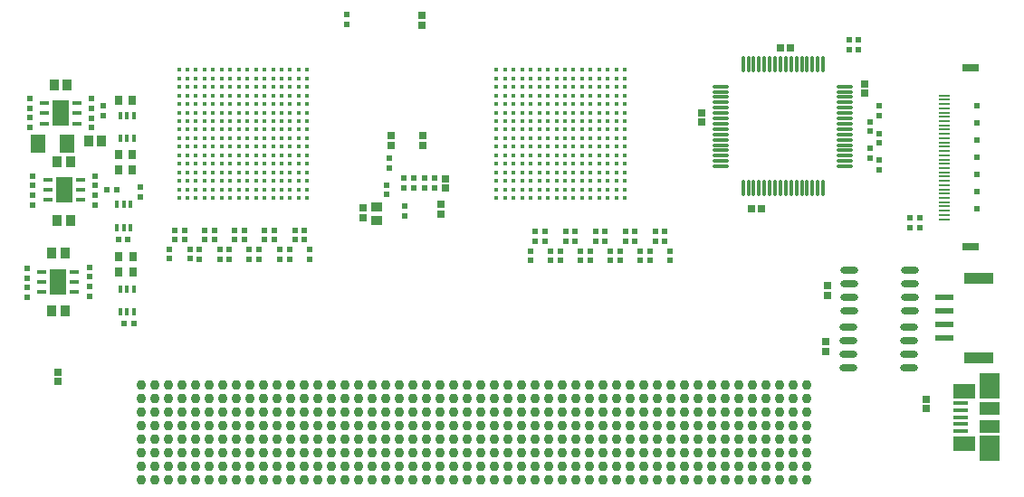
<source format=gtp>
G04 Layer_Color=8421504*
%FSLAX44Y44*%
%MOMM*%
G71*
G01*
G75*
%ADD11R,0.5500X0.5500*%
%ADD12R,0.6400X0.6400*%
%ADD13R,0.6400X0.6400*%
%ADD14O,1.6000X0.3500*%
%ADD15O,0.3500X1.6000*%
%ADD16R,1.9000X1.1750*%
%ADD17R,1.9000X2.3750*%
%ADD18R,2.1000X1.4750*%
%ADD19R,1.3800X0.4500*%
%ADD20R,1.1000X0.2000*%
%ADD21R,1.5500X0.8000*%
%ADD22R,0.6000X0.5000*%
%ADD23R,0.5500X0.5500*%
%ADD24R,0.8000X0.9500*%
%ADD25R,0.4500X0.8000*%
%ADD26R,1.6500X2.4000*%
%ADD27O,0.9000X0.4000*%
%ADD28R,0.9500X1.0000*%
%ADD29R,1.0000X0.9500*%
%ADD31C,0.4000*%
%ADD36O,1.6500X0.6500*%
%ADD37R,2.7000X1.0000*%
%ADD38R,1.7000X0.6000*%
%ADD39R,1.4000X1.8000*%
%ADD88C,0.9350*%
D11*
X-126500Y-92000D02*
D03*
Y-101000D02*
D03*
X-357000Y-94000D02*
D03*
Y-103000D02*
D03*
X-391500Y-26500D02*
D03*
Y-17500D02*
D03*
X105500Y-135500D02*
D03*
Y-144500D02*
D03*
X96500Y-135500D02*
D03*
Y-144500D02*
D03*
X133500Y-135500D02*
D03*
Y-144500D02*
D03*
X124500Y-135500D02*
D03*
Y-144500D02*
D03*
X110500Y-153500D02*
D03*
Y-162500D02*
D03*
X91500Y-153500D02*
D03*
Y-162500D02*
D03*
X77500Y-135500D02*
D03*
Y-144500D02*
D03*
X68500Y-135500D02*
D03*
Y-144500D02*
D03*
X138500Y-153500D02*
D03*
Y-162500D02*
D03*
X119500Y-153500D02*
D03*
Y-162500D02*
D03*
X49500Y-135500D02*
D03*
Y-144500D02*
D03*
X40500Y-135500D02*
D03*
Y-144500D02*
D03*
X26500Y-153500D02*
D03*
Y-162500D02*
D03*
X7500Y-153500D02*
D03*
Y-162500D02*
D03*
X21500Y-135500D02*
D03*
Y-144500D02*
D03*
X12500Y-135500D02*
D03*
Y-144500D02*
D03*
X35500Y-162500D02*
D03*
Y-153500D02*
D03*
X54500Y-162500D02*
D03*
Y-153500D02*
D03*
X63500Y-162500D02*
D03*
Y-153500D02*
D03*
X82500Y-162500D02*
D03*
Y-153500D02*
D03*
X363000Y-123000D02*
D03*
Y-132000D02*
D03*
X372004Y-122995D02*
D03*
Y-131995D02*
D03*
X-109500Y-111500D02*
D03*
Y-120500D02*
D03*
X-101000Y-94500D02*
D03*
Y-85500D02*
D03*
X-457500Y-101500D02*
D03*
Y-110500D02*
D03*
X-399500Y-101500D02*
D03*
Y-110500D02*
D03*
X-462750Y-188000D02*
D03*
Y-197000D02*
D03*
X-457500Y-92500D02*
D03*
Y-83500D02*
D03*
X-462750Y-179000D02*
D03*
Y-170000D02*
D03*
X-404750Y-169000D02*
D03*
Y-178000D02*
D03*
X-81500Y-85500D02*
D03*
Y-94500D02*
D03*
X-91000Y-94500D02*
D03*
Y-85500D02*
D03*
X-124500Y-67000D02*
D03*
Y-76000D02*
D03*
X-110500Y-85500D02*
D03*
Y-94500D02*
D03*
X-164000Y58500D02*
D03*
Y67500D02*
D03*
X-203700Y-134300D02*
D03*
X-212700D02*
D03*
X-232000Y-134200D02*
D03*
Y-143200D02*
D03*
X-241000Y-134200D02*
D03*
Y-143200D02*
D03*
X-260100Y-134200D02*
D03*
X-269100Y-134200D02*
D03*
X-287900Y-134200D02*
D03*
Y-143200D02*
D03*
X-296900Y-134200D02*
D03*
Y-143200D02*
D03*
X-315600Y-134100D02*
D03*
Y-143100D02*
D03*
X-324600Y-134100D02*
D03*
Y-143100D02*
D03*
X-282900Y-152200D02*
D03*
Y-161200D02*
D03*
X-301900Y-152200D02*
D03*
Y-161200D02*
D03*
X-217700Y-152300D02*
D03*
Y-161300D02*
D03*
X-198700Y-152300D02*
D03*
Y-161300D02*
D03*
X-246000Y-152200D02*
D03*
Y-161200D02*
D03*
X-227000Y-152200D02*
D03*
Y-161200D02*
D03*
X-310600Y-161100D02*
D03*
Y-152100D02*
D03*
X-329600Y-161100D02*
D03*
Y-152100D02*
D03*
X-274100Y-161200D02*
D03*
Y-152200D02*
D03*
X-255100Y-161200D02*
D03*
Y-152200D02*
D03*
X-269100Y-143200D02*
D03*
X-260100Y-143200D02*
D03*
X-203700Y-143300D02*
D03*
X-212700D02*
D03*
X325000Y-57500D02*
D03*
Y-66500D02*
D03*
X-404750Y-196000D02*
D03*
Y-187000D02*
D03*
X-399500Y-92500D02*
D03*
Y-83500D02*
D03*
X-402496Y-29245D02*
D03*
Y-38245D02*
D03*
Y-10745D02*
D03*
Y-19745D02*
D03*
X-460500Y-29000D02*
D03*
Y-38000D02*
D03*
X-460496Y-19745D02*
D03*
Y-10745D02*
D03*
X325000Y-32500D02*
D03*
Y-41500D02*
D03*
X334000Y-43500D02*
D03*
Y-52500D02*
D03*
Y-68500D02*
D03*
Y-77500D02*
D03*
Y-17500D02*
D03*
Y-26500D02*
D03*
D12*
X223500Y-114500D02*
D03*
X214500D02*
D03*
X241500Y36500D02*
D03*
X250500D02*
D03*
D13*
X167500Y-33000D02*
D03*
Y-24000D02*
D03*
X320000Y3000D02*
D03*
Y-6000D02*
D03*
X377500Y-301500D02*
D03*
Y-292500D02*
D03*
X-93000Y-45500D02*
D03*
Y-54500D02*
D03*
X-122500Y-45500D02*
D03*
Y-54500D02*
D03*
X-71500Y-86000D02*
D03*
Y-95000D02*
D03*
X-76000Y-110000D02*
D03*
Y-119000D02*
D03*
X-149000Y-113500D02*
D03*
Y-122500D02*
D03*
X285500Y-186000D02*
D03*
Y-195000D02*
D03*
X284000Y-239000D02*
D03*
Y-248000D02*
D03*
X-93500Y67000D02*
D03*
Y58000D02*
D03*
X-434500Y-276000D02*
D03*
Y-267000D02*
D03*
D14*
X186000Y-24500D02*
D03*
Y-34500D02*
D03*
Y-39500D02*
D03*
Y-69500D02*
D03*
Y-59500D02*
D03*
Y-54500D02*
D03*
Y-49500D02*
D03*
Y-44500D02*
D03*
Y-19500D02*
D03*
X302000Y-74500D02*
D03*
Y-69500D02*
D03*
Y500D02*
D03*
Y-4500D02*
D03*
Y-9500D02*
D03*
Y-14500D02*
D03*
Y-29500D02*
D03*
Y-54500D02*
D03*
X186000Y-74500D02*
D03*
Y-64500D02*
D03*
Y-29500D02*
D03*
Y-14500D02*
D03*
Y-9500D02*
D03*
Y-4500D02*
D03*
Y500D02*
D03*
X302000Y-19500D02*
D03*
Y-24500D02*
D03*
Y-34500D02*
D03*
Y-39500D02*
D03*
Y-44500D02*
D03*
Y-49500D02*
D03*
Y-59500D02*
D03*
Y-64500D02*
D03*
D15*
X271500Y-95000D02*
D03*
X266500D02*
D03*
X256500D02*
D03*
X251500D02*
D03*
X216500D02*
D03*
X221500D02*
D03*
X231500D02*
D03*
X236500D02*
D03*
X241500D02*
D03*
X246500D02*
D03*
X276500D02*
D03*
X281500D02*
D03*
X261500D02*
D03*
X226500D02*
D03*
X211500D02*
D03*
X206500D02*
D03*
Y21000D02*
D03*
X211500D02*
D03*
X216500D02*
D03*
X221500D02*
D03*
X226500D02*
D03*
X231500D02*
D03*
X236500D02*
D03*
X241500D02*
D03*
X246500D02*
D03*
X251500D02*
D03*
X256500D02*
D03*
X261500D02*
D03*
X266500D02*
D03*
X271500D02*
D03*
X276500D02*
D03*
X281500D02*
D03*
D16*
X436820Y-301010D02*
D03*
Y-317760D02*
D03*
D17*
Y-280260D02*
D03*
Y-338510D02*
D03*
D18*
X413820Y-284760D02*
D03*
Y-334010D02*
D03*
D19*
X410220Y-296385D02*
D03*
Y-302885D02*
D03*
Y-309385D02*
D03*
Y-315885D02*
D03*
Y-322385D02*
D03*
D20*
X395000Y-48000D02*
D03*
Y-52000D02*
D03*
Y-56000D02*
D03*
Y-60000D02*
D03*
Y-64000D02*
D03*
Y-68000D02*
D03*
Y-72000D02*
D03*
Y-76000D02*
D03*
Y-80000D02*
D03*
Y-84000D02*
D03*
Y-88000D02*
D03*
Y-92000D02*
D03*
Y-96000D02*
D03*
Y-100000D02*
D03*
Y-104000D02*
D03*
Y-108000D02*
D03*
Y-112000D02*
D03*
Y-116000D02*
D03*
Y-120000D02*
D03*
Y-124000D02*
D03*
Y-24000D02*
D03*
Y-28000D02*
D03*
Y-16000D02*
D03*
Y-20000D02*
D03*
Y-40000D02*
D03*
Y-44000D02*
D03*
Y-32000D02*
D03*
Y-36000D02*
D03*
Y-8000D02*
D03*
Y-12000D02*
D03*
D21*
X419000Y18000D02*
D03*
Y-150000D02*
D03*
D22*
X425300Y-66000D02*
D03*
Y-50000D02*
D03*
Y-34000D02*
D03*
Y-18000D02*
D03*
Y-82000D02*
D03*
Y-98000D02*
D03*
Y-114000D02*
D03*
D23*
X305500Y44000D02*
D03*
X314500D02*
D03*
X314505Y34496D02*
D03*
X305505D02*
D03*
X-363000Y-222000D02*
D03*
X-372000D02*
D03*
X-368500Y-142500D02*
D03*
X-377500D02*
D03*
X-379000Y-96000D02*
D03*
X-388000D02*
D03*
D24*
X-377000Y-159000D02*
D03*
X-364000D02*
D03*
X-377000Y-173500D02*
D03*
X-364000D02*
D03*
X-377500Y-63000D02*
D03*
X-364500D02*
D03*
X-377500Y-78000D02*
D03*
X-364500D02*
D03*
X-377500Y-12500D02*
D03*
X-364500D02*
D03*
D25*
X-375995Y-210754D02*
D03*
X-369495D02*
D03*
X-362995D02*
D03*
Y-189254D02*
D03*
X-369495D02*
D03*
X-375995D02*
D03*
X-365995Y-110246D02*
D03*
X-372495D02*
D03*
X-378995D02*
D03*
Y-131746D02*
D03*
X-372495D02*
D03*
X-365995D02*
D03*
X-375995Y-48254D02*
D03*
X-369495D02*
D03*
X-362995D02*
D03*
Y-26754D02*
D03*
X-369495D02*
D03*
X-375995D02*
D03*
D26*
X-428500Y-96500D02*
D03*
X-434000Y-182500D02*
D03*
X-431500Y-24750D02*
D03*
D27*
X-413250Y-87000D02*
D03*
Y-96500D02*
D03*
Y-106000D02*
D03*
X-443750D02*
D03*
Y-96500D02*
D03*
Y-87000D02*
D03*
X-418750Y-173000D02*
D03*
Y-182500D02*
D03*
Y-192000D02*
D03*
X-449250D02*
D03*
Y-182500D02*
D03*
Y-173000D02*
D03*
X-416250Y-15250D02*
D03*
Y-24750D02*
D03*
Y-34250D02*
D03*
X-446750D02*
D03*
Y-24750D02*
D03*
Y-15250D02*
D03*
D28*
X-434750Y-125000D02*
D03*
X-422250D02*
D03*
X-434750Y-70000D02*
D03*
X-422250D02*
D03*
X-440250Y-209500D02*
D03*
X-427750D02*
D03*
X-440250Y-155500D02*
D03*
X-427750D02*
D03*
X-393250Y-51000D02*
D03*
X-405750D02*
D03*
X-437746Y2255D02*
D03*
X-425246D02*
D03*
D29*
X-136500Y-124750D02*
D03*
Y-112250D02*
D03*
D31*
X-201000Y-104000D02*
D03*
X-209000D02*
D03*
X-217000D02*
D03*
X-225000D02*
D03*
X-233000D02*
D03*
X-241000D02*
D03*
X-249000D02*
D03*
X-257000D02*
D03*
X-265000D02*
D03*
X-273000D02*
D03*
X-281000D02*
D03*
X-289000D02*
D03*
X-297000D02*
D03*
X-305000D02*
D03*
X-313000D02*
D03*
X-321000D02*
D03*
X-201000Y-96000D02*
D03*
X-209000D02*
D03*
X-217000D02*
D03*
X-225000D02*
D03*
X-233000D02*
D03*
X-241000D02*
D03*
X-249000D02*
D03*
X-257000D02*
D03*
X-265000D02*
D03*
X-273000D02*
D03*
X-281000D02*
D03*
X-289000D02*
D03*
X-297000D02*
D03*
X-305000D02*
D03*
X-313000D02*
D03*
X-321000D02*
D03*
X-201000Y-88000D02*
D03*
X-209000D02*
D03*
X-217000D02*
D03*
X-225000D02*
D03*
X-233000D02*
D03*
X-241000D02*
D03*
X-249000D02*
D03*
X-257000D02*
D03*
X-265000D02*
D03*
X-273000D02*
D03*
X-281000D02*
D03*
X-289000D02*
D03*
X-297000D02*
D03*
X-305000D02*
D03*
X-313000D02*
D03*
X-321000D02*
D03*
X-201000Y-80000D02*
D03*
X-209000D02*
D03*
X-217000D02*
D03*
X-225000D02*
D03*
X-233000D02*
D03*
X-241000D02*
D03*
X-249000D02*
D03*
X-257000D02*
D03*
X-265000D02*
D03*
X-273000D02*
D03*
X-281000D02*
D03*
X-289000D02*
D03*
X-297000D02*
D03*
X-305000D02*
D03*
X-313000D02*
D03*
X-321000D02*
D03*
X-201000Y-72000D02*
D03*
X-209000D02*
D03*
X-217000D02*
D03*
X-225000D02*
D03*
X-233000D02*
D03*
X-241000D02*
D03*
X-249000D02*
D03*
X-257000D02*
D03*
X-265000D02*
D03*
X-273000D02*
D03*
X-281000D02*
D03*
X-289000D02*
D03*
X-297000D02*
D03*
X-305000D02*
D03*
X-313000D02*
D03*
X-321000D02*
D03*
X-201000Y-64000D02*
D03*
X-209000D02*
D03*
X-217000D02*
D03*
X-225000D02*
D03*
X-233000D02*
D03*
X-241000D02*
D03*
X-249000D02*
D03*
X-257000D02*
D03*
X-265000D02*
D03*
X-273000D02*
D03*
X-281000D02*
D03*
X-289000D02*
D03*
X-297000D02*
D03*
X-305000D02*
D03*
X-313000D02*
D03*
X-321000D02*
D03*
X-201000Y-56000D02*
D03*
X-209000D02*
D03*
X-217000D02*
D03*
X-225000D02*
D03*
X-233000D02*
D03*
X-241000D02*
D03*
X-249000D02*
D03*
X-257000D02*
D03*
X-265000D02*
D03*
X-273000D02*
D03*
X-281000D02*
D03*
X-289000D02*
D03*
X-297000D02*
D03*
X-305000D02*
D03*
X-313000D02*
D03*
X-321000D02*
D03*
X-201000Y-48000D02*
D03*
X-209000D02*
D03*
X-217000D02*
D03*
X-225000D02*
D03*
X-233000D02*
D03*
X-241000D02*
D03*
X-249000D02*
D03*
X-257000D02*
D03*
X-265000D02*
D03*
X-273000D02*
D03*
X-281000D02*
D03*
X-289000D02*
D03*
X-297000D02*
D03*
X-305000D02*
D03*
X-313000D02*
D03*
X-321000D02*
D03*
X-201000Y-40000D02*
D03*
X-209000D02*
D03*
X-217000D02*
D03*
X-225000D02*
D03*
X-233000D02*
D03*
X-241000D02*
D03*
X-249000D02*
D03*
X-257000D02*
D03*
X-265000D02*
D03*
X-273000D02*
D03*
X-281000D02*
D03*
X-289000D02*
D03*
X-297000D02*
D03*
X-305000D02*
D03*
X-313000D02*
D03*
X-321000D02*
D03*
X-201000Y-32000D02*
D03*
X-209000D02*
D03*
X-217000D02*
D03*
X-225000D02*
D03*
X-233000D02*
D03*
X-241000D02*
D03*
X-249000D02*
D03*
X-257000D02*
D03*
X-265000D02*
D03*
X-273000D02*
D03*
X-281000D02*
D03*
X-289000D02*
D03*
X-297000D02*
D03*
X-305000D02*
D03*
X-313000D02*
D03*
X-321000D02*
D03*
X-201000Y-24000D02*
D03*
X-209000D02*
D03*
X-217000D02*
D03*
X-225000D02*
D03*
X-233000D02*
D03*
X-241000D02*
D03*
X-249000D02*
D03*
X-257000D02*
D03*
X-265000D02*
D03*
X-273000D02*
D03*
X-281000D02*
D03*
X-289000D02*
D03*
X-297000D02*
D03*
X-305000D02*
D03*
X-313000D02*
D03*
X-321000D02*
D03*
X-201000Y-16000D02*
D03*
X-209000D02*
D03*
X-217000D02*
D03*
X-225000D02*
D03*
X-233000D02*
D03*
X-241000D02*
D03*
X-249000D02*
D03*
X-257000D02*
D03*
X-265000D02*
D03*
X-273000D02*
D03*
X-281000D02*
D03*
X-289000D02*
D03*
X-297000D02*
D03*
X-305000D02*
D03*
X-313000D02*
D03*
X-321000D02*
D03*
X-201000Y-8000D02*
D03*
X-209000D02*
D03*
X-217000D02*
D03*
X-225000D02*
D03*
X-233000D02*
D03*
X-241000D02*
D03*
X-249000D02*
D03*
X-257000D02*
D03*
X-265000D02*
D03*
X-273000D02*
D03*
X-281000D02*
D03*
X-289000D02*
D03*
X-297000D02*
D03*
X-305000D02*
D03*
X-313000D02*
D03*
X-321000D02*
D03*
X-201000Y0D02*
D03*
X-209000D02*
D03*
X-217000D02*
D03*
X-225000D02*
D03*
X-233000D02*
D03*
X-241000D02*
D03*
X-249000D02*
D03*
X-257000D02*
D03*
X-265000D02*
D03*
X-273000D02*
D03*
X-281000D02*
D03*
X-289000D02*
D03*
X-297000D02*
D03*
X-305000D02*
D03*
X-313000D02*
D03*
X-321000D02*
D03*
X-201000Y8000D02*
D03*
X-209000D02*
D03*
X-217000D02*
D03*
X-225000D02*
D03*
X-233000D02*
D03*
X-241000D02*
D03*
X-249000D02*
D03*
X-257000D02*
D03*
X-265000D02*
D03*
X-273000D02*
D03*
X-281000D02*
D03*
X-289000D02*
D03*
X-297000D02*
D03*
X-305000D02*
D03*
X-313000D02*
D03*
X-321000D02*
D03*
X-201000Y16000D02*
D03*
X-209000D02*
D03*
X-217000D02*
D03*
X-225000D02*
D03*
X-233000D02*
D03*
X-241000D02*
D03*
X-249000D02*
D03*
X-257000D02*
D03*
X-265000D02*
D03*
X-273000D02*
D03*
X-281000D02*
D03*
X-289000D02*
D03*
X-297000D02*
D03*
X-305000D02*
D03*
X-313000D02*
D03*
X-321000D02*
D03*
X96000Y-104000D02*
D03*
X88000D02*
D03*
X80000D02*
D03*
X72000D02*
D03*
X64000D02*
D03*
X56000D02*
D03*
X48000D02*
D03*
X40000D02*
D03*
X32000D02*
D03*
X24000D02*
D03*
X16000D02*
D03*
X8000D02*
D03*
X0D02*
D03*
X-8000D02*
D03*
X-16000D02*
D03*
X-24000D02*
D03*
X96000Y-96000D02*
D03*
X88000D02*
D03*
X80000D02*
D03*
X72000D02*
D03*
X64000D02*
D03*
X56000D02*
D03*
X48000D02*
D03*
X40000D02*
D03*
X32000D02*
D03*
X24000D02*
D03*
X16000D02*
D03*
X8000D02*
D03*
X0D02*
D03*
X-8000D02*
D03*
X-16000D02*
D03*
X-24000D02*
D03*
X96000Y-88000D02*
D03*
X88000D02*
D03*
X80000D02*
D03*
X72000D02*
D03*
X64000D02*
D03*
X56000D02*
D03*
X48000D02*
D03*
X40000D02*
D03*
X32000D02*
D03*
X24000D02*
D03*
X16000D02*
D03*
X8000D02*
D03*
X0D02*
D03*
X-8000D02*
D03*
X-16000D02*
D03*
X-24000D02*
D03*
X96000Y-80000D02*
D03*
X88000D02*
D03*
X80000D02*
D03*
X72000D02*
D03*
X64000D02*
D03*
X56000D02*
D03*
X48000D02*
D03*
X40000D02*
D03*
X32000D02*
D03*
X24000D02*
D03*
X16000D02*
D03*
X8000D02*
D03*
X0D02*
D03*
X-8000D02*
D03*
X-16000D02*
D03*
X-24000D02*
D03*
X96000Y-72000D02*
D03*
X88000D02*
D03*
X80000D02*
D03*
X72000D02*
D03*
X64000D02*
D03*
X56000D02*
D03*
X48000D02*
D03*
X40000D02*
D03*
X32000D02*
D03*
X24000D02*
D03*
X16000D02*
D03*
X8000D02*
D03*
X0D02*
D03*
X-8000D02*
D03*
X-16000D02*
D03*
X-24000D02*
D03*
X96000Y-64000D02*
D03*
X88000D02*
D03*
X80000D02*
D03*
X72000D02*
D03*
X64000D02*
D03*
X56000D02*
D03*
X48000D02*
D03*
X40000D02*
D03*
X32000D02*
D03*
X24000D02*
D03*
X16000D02*
D03*
X8000D02*
D03*
X0D02*
D03*
X-8000D02*
D03*
X-16000D02*
D03*
X-24000D02*
D03*
X96000Y-56000D02*
D03*
X88000D02*
D03*
X80000D02*
D03*
X72000D02*
D03*
X64000D02*
D03*
X56000D02*
D03*
X48000D02*
D03*
X40000D02*
D03*
X32000D02*
D03*
X24000D02*
D03*
X16000D02*
D03*
X8000D02*
D03*
X0D02*
D03*
X-8000D02*
D03*
X-16000D02*
D03*
X-24000D02*
D03*
X96000Y-48000D02*
D03*
X88000D02*
D03*
X80000D02*
D03*
X72000D02*
D03*
X64000D02*
D03*
X56000D02*
D03*
X48000D02*
D03*
X40000D02*
D03*
X32000D02*
D03*
X24000D02*
D03*
X16000D02*
D03*
X8000D02*
D03*
X0D02*
D03*
X-8000D02*
D03*
X-16000D02*
D03*
X-24000D02*
D03*
X96000Y-40000D02*
D03*
X88000D02*
D03*
X80000D02*
D03*
X72000D02*
D03*
X64000D02*
D03*
X56000D02*
D03*
X48000D02*
D03*
X40000D02*
D03*
X32000D02*
D03*
X24000D02*
D03*
X16000D02*
D03*
X8000D02*
D03*
X0D02*
D03*
X-8000D02*
D03*
X-16000D02*
D03*
X-24000D02*
D03*
X96000Y-32000D02*
D03*
X88000D02*
D03*
X80000D02*
D03*
X72000D02*
D03*
X64000D02*
D03*
X56000D02*
D03*
X48000D02*
D03*
X40000D02*
D03*
X32000D02*
D03*
X24000D02*
D03*
X16000D02*
D03*
X8000D02*
D03*
X0D02*
D03*
X-8000D02*
D03*
X-16000D02*
D03*
X-24000D02*
D03*
X96000Y-24000D02*
D03*
X88000D02*
D03*
X80000D02*
D03*
X72000D02*
D03*
X64000D02*
D03*
X56000D02*
D03*
X48000D02*
D03*
X40000D02*
D03*
X32000D02*
D03*
X24000D02*
D03*
X16000D02*
D03*
X8000D02*
D03*
X0D02*
D03*
X-8000D02*
D03*
X-16000D02*
D03*
X-24000D02*
D03*
X96000Y-16000D02*
D03*
X88000D02*
D03*
X80000D02*
D03*
X72000D02*
D03*
X64000D02*
D03*
X56000D02*
D03*
X48000D02*
D03*
X40000D02*
D03*
X32000D02*
D03*
X24000D02*
D03*
X16000D02*
D03*
X8000D02*
D03*
X0D02*
D03*
X-8000D02*
D03*
X-16000D02*
D03*
X-24000D02*
D03*
X96000Y-8000D02*
D03*
X88000D02*
D03*
X80000D02*
D03*
X72000D02*
D03*
X64000D02*
D03*
X56000D02*
D03*
X48000D02*
D03*
X40000D02*
D03*
X32000D02*
D03*
X24000D02*
D03*
X16000D02*
D03*
X8000D02*
D03*
X0D02*
D03*
X-8000D02*
D03*
X-16000D02*
D03*
X-24000D02*
D03*
X96000Y0D02*
D03*
X88000D02*
D03*
X80000D02*
D03*
X72000D02*
D03*
X64000D02*
D03*
X56000D02*
D03*
X48000D02*
D03*
X40000D02*
D03*
X32000D02*
D03*
X24000D02*
D03*
X16000D02*
D03*
X8000D02*
D03*
X0D02*
D03*
X-8000D02*
D03*
X-16000D02*
D03*
X-24000D02*
D03*
X96000Y8000D02*
D03*
X88000D02*
D03*
X80000D02*
D03*
X72000D02*
D03*
X64000D02*
D03*
X56000D02*
D03*
X48000D02*
D03*
X40000D02*
D03*
X32000D02*
D03*
X24000D02*
D03*
X16000D02*
D03*
X8000D02*
D03*
X0D02*
D03*
X-8000D02*
D03*
X-16000D02*
D03*
X-24000D02*
D03*
X96000Y16000D02*
D03*
X88000D02*
D03*
X80000D02*
D03*
X72000D02*
D03*
X64000D02*
D03*
X56000D02*
D03*
X48000D02*
D03*
X40000D02*
D03*
X32000D02*
D03*
X24000D02*
D03*
X16000D02*
D03*
X8000D02*
D03*
X0D02*
D03*
X-8000D02*
D03*
X-16000D02*
D03*
X-24000D02*
D03*
D36*
X362250Y-209550D02*
D03*
Y-196850D02*
D03*
Y-184150D02*
D03*
Y-171450D02*
D03*
X305750Y-209550D02*
D03*
Y-196850D02*
D03*
Y-184150D02*
D03*
Y-171450D02*
D03*
X361750Y-263550D02*
D03*
Y-250850D02*
D03*
Y-238150D02*
D03*
Y-225450D02*
D03*
X305250Y-263550D02*
D03*
Y-250850D02*
D03*
Y-238150D02*
D03*
Y-225450D02*
D03*
D37*
X427000Y-253500D02*
D03*
Y-179000D02*
D03*
D38*
X395000Y-197500D02*
D03*
Y-210000D02*
D03*
Y-222500D02*
D03*
Y-235000D02*
D03*
D39*
X-452750Y-53500D02*
D03*
X-425250D02*
D03*
D88*
X-356157Y-368450D02*
D03*
X-343457D02*
D03*
X-330757D02*
D03*
X-318057D02*
D03*
X-305357D02*
D03*
X-292657D02*
D03*
X-279957D02*
D03*
X-267257D02*
D03*
X-254557D02*
D03*
X-241857D02*
D03*
X-229157D02*
D03*
X-216457D02*
D03*
X-203757D02*
D03*
X-191057D02*
D03*
X-178357D02*
D03*
X-165657D02*
D03*
X-152957D02*
D03*
X-140257D02*
D03*
X-127557D02*
D03*
X-114857D02*
D03*
X-102157D02*
D03*
X-89457D02*
D03*
X-76757D02*
D03*
X-64057D02*
D03*
X-51357D02*
D03*
X-38657D02*
D03*
X-25957D02*
D03*
X-13257D02*
D03*
X-557D02*
D03*
X12143D02*
D03*
X24843D02*
D03*
X37543D02*
D03*
X50243D02*
D03*
X62943D02*
D03*
X75643D02*
D03*
X88343D02*
D03*
X101043D02*
D03*
X113743D02*
D03*
X126443D02*
D03*
X139143D02*
D03*
X151843D02*
D03*
X164543D02*
D03*
X177243D02*
D03*
X189943D02*
D03*
X202643D02*
D03*
X215343D02*
D03*
X228043D02*
D03*
X240743D02*
D03*
X253443D02*
D03*
X266143D02*
D03*
X-356157Y-355750D02*
D03*
Y-343050D02*
D03*
Y-330350D02*
D03*
Y-317650D02*
D03*
Y-304950D02*
D03*
Y-292250D02*
D03*
Y-279550D02*
D03*
X-343457D02*
D03*
X-330757D02*
D03*
X-318057D02*
D03*
X-305357D02*
D03*
X-292657D02*
D03*
X-279957D02*
D03*
X-267257D02*
D03*
X-254557D02*
D03*
X-241857D02*
D03*
X-229157D02*
D03*
X-216457D02*
D03*
X-203757D02*
D03*
X-191057D02*
D03*
X-178357D02*
D03*
X-165657D02*
D03*
X-152957D02*
D03*
X-140257D02*
D03*
X-127557D02*
D03*
X-114857D02*
D03*
X-102157D02*
D03*
X-89457D02*
D03*
X-76757D02*
D03*
X-64057D02*
D03*
X-51357D02*
D03*
X-38657D02*
D03*
X-25957D02*
D03*
X-13257D02*
D03*
X-557D02*
D03*
X12143D02*
D03*
X24843D02*
D03*
X37543D02*
D03*
X50243D02*
D03*
X62943D02*
D03*
X75643D02*
D03*
X88343D02*
D03*
X101043D02*
D03*
X113743D02*
D03*
X126443D02*
D03*
X139143D02*
D03*
X151843D02*
D03*
X164543D02*
D03*
X177243D02*
D03*
X189943D02*
D03*
X202643D02*
D03*
X215343D02*
D03*
X228043D02*
D03*
X240743D02*
D03*
X253443D02*
D03*
X266143D02*
D03*
X-343457Y-355750D02*
D03*
X-330757D02*
D03*
X-318057D02*
D03*
X-305357D02*
D03*
X-292657D02*
D03*
X-279957D02*
D03*
X-267257D02*
D03*
X-254557D02*
D03*
X-241857D02*
D03*
X-229157D02*
D03*
X-216457D02*
D03*
X-203757D02*
D03*
X-191057D02*
D03*
X-178357D02*
D03*
X-165657D02*
D03*
X-152957D02*
D03*
X-140257D02*
D03*
X-127557D02*
D03*
X-114857D02*
D03*
X-102157D02*
D03*
X-89457D02*
D03*
X-76757D02*
D03*
X-64057D02*
D03*
X-51357D02*
D03*
X-38657D02*
D03*
X-25957D02*
D03*
X-13257D02*
D03*
X-557D02*
D03*
X12143D02*
D03*
X24843D02*
D03*
X37543D02*
D03*
X50243D02*
D03*
X62943D02*
D03*
X75643D02*
D03*
X88343D02*
D03*
X101043D02*
D03*
X113743D02*
D03*
X126443D02*
D03*
X139143D02*
D03*
X151843D02*
D03*
X164543D02*
D03*
X177243D02*
D03*
X189943D02*
D03*
X202643D02*
D03*
X215343D02*
D03*
X228043D02*
D03*
X240743D02*
D03*
X253443D02*
D03*
X266143D02*
D03*
X-343457Y-343050D02*
D03*
X-330757D02*
D03*
X-318057D02*
D03*
X-305357D02*
D03*
X-292657D02*
D03*
X-279957D02*
D03*
X-267257D02*
D03*
X-254557D02*
D03*
X-241857D02*
D03*
X-229157D02*
D03*
X-216457D02*
D03*
X-203757D02*
D03*
X-191057D02*
D03*
X-178357D02*
D03*
X-165657D02*
D03*
X-152957D02*
D03*
X-140257D02*
D03*
X-127557D02*
D03*
X-114857D02*
D03*
X-102157D02*
D03*
X-89457D02*
D03*
X-76757D02*
D03*
X-64057D02*
D03*
X-51357D02*
D03*
X-38657D02*
D03*
X-25957D02*
D03*
X-13257D02*
D03*
X-557D02*
D03*
X12143D02*
D03*
X24843D02*
D03*
X37543D02*
D03*
X50243D02*
D03*
X62943D02*
D03*
X75643D02*
D03*
X88343D02*
D03*
X101043D02*
D03*
X113743D02*
D03*
X126443D02*
D03*
X139143D02*
D03*
X151843D02*
D03*
X164543D02*
D03*
X177243D02*
D03*
X189943D02*
D03*
X202643D02*
D03*
X215343D02*
D03*
X228043D02*
D03*
X240743D02*
D03*
X253443D02*
D03*
X266143D02*
D03*
X-343457Y-330350D02*
D03*
X-330757D02*
D03*
X-318057D02*
D03*
X-305357D02*
D03*
X-292657D02*
D03*
X-279957D02*
D03*
X-267257D02*
D03*
X-254557D02*
D03*
X-241857D02*
D03*
X-229157D02*
D03*
X-216457D02*
D03*
X-203757D02*
D03*
X-191057D02*
D03*
X-178357D02*
D03*
X-165657D02*
D03*
X-152957D02*
D03*
X-140257D02*
D03*
X-127557D02*
D03*
X-114857D02*
D03*
X-102157D02*
D03*
X-89457D02*
D03*
X-76757D02*
D03*
X-64057D02*
D03*
X-51357D02*
D03*
X-38657D02*
D03*
X-25957D02*
D03*
X-13257D02*
D03*
X-557D02*
D03*
X12143D02*
D03*
X24843D02*
D03*
X37543D02*
D03*
X50243D02*
D03*
X62943D02*
D03*
X75643D02*
D03*
X88343D02*
D03*
X101043D02*
D03*
X113743D02*
D03*
X126443D02*
D03*
X139143D02*
D03*
X151843D02*
D03*
X164543D02*
D03*
X177243D02*
D03*
X189943D02*
D03*
X202643D02*
D03*
X215343D02*
D03*
X228043D02*
D03*
X240743D02*
D03*
X253443D02*
D03*
X266143D02*
D03*
X-343457Y-317650D02*
D03*
X-330757D02*
D03*
X-318057D02*
D03*
X-305357D02*
D03*
X-292657D02*
D03*
X-279957D02*
D03*
X-267257D02*
D03*
X-254557D02*
D03*
X-241857D02*
D03*
X-229157D02*
D03*
X-216457D02*
D03*
X-203757D02*
D03*
X-191057D02*
D03*
X-178357D02*
D03*
X-165657D02*
D03*
X-152957D02*
D03*
X-140257D02*
D03*
X-127557D02*
D03*
X-114857D02*
D03*
X-102157D02*
D03*
X-89457D02*
D03*
X-76757D02*
D03*
X-64057D02*
D03*
X-51357D02*
D03*
X-38657D02*
D03*
X-25957D02*
D03*
X-13257D02*
D03*
X-557D02*
D03*
X12143D02*
D03*
X24843D02*
D03*
X37543D02*
D03*
X50243D02*
D03*
X62943D02*
D03*
X75643D02*
D03*
X88343D02*
D03*
X101043D02*
D03*
X113743D02*
D03*
X126443D02*
D03*
X139143D02*
D03*
X151843D02*
D03*
X164543D02*
D03*
X177243D02*
D03*
X189943D02*
D03*
X202643D02*
D03*
X215343D02*
D03*
X228043D02*
D03*
X240743D02*
D03*
X253443D02*
D03*
X266143D02*
D03*
X-343457Y-304950D02*
D03*
X-330757D02*
D03*
X-318057D02*
D03*
X-305357D02*
D03*
X-292657D02*
D03*
X-279957D02*
D03*
X-267257D02*
D03*
X-254557D02*
D03*
X-241857D02*
D03*
X-229157D02*
D03*
X-216457D02*
D03*
X-203757D02*
D03*
X-191057D02*
D03*
X-178357D02*
D03*
X-165657D02*
D03*
X-152957D02*
D03*
X-140257D02*
D03*
X-127557D02*
D03*
X-114857D02*
D03*
X-102157D02*
D03*
X-89457D02*
D03*
X-76757D02*
D03*
X-64057D02*
D03*
X-51357D02*
D03*
X-38657D02*
D03*
X-25957D02*
D03*
X-13257D02*
D03*
X-557D02*
D03*
X12143D02*
D03*
X24843D02*
D03*
X37543D02*
D03*
X50243D02*
D03*
X62943D02*
D03*
X75643D02*
D03*
X88343D02*
D03*
X101043D02*
D03*
X113743D02*
D03*
X126443D02*
D03*
X139143D02*
D03*
X151843D02*
D03*
X164543D02*
D03*
X177243D02*
D03*
X189943D02*
D03*
X202643D02*
D03*
X215343D02*
D03*
X228043D02*
D03*
X240743D02*
D03*
X253443D02*
D03*
X266143D02*
D03*
X-343457Y-292250D02*
D03*
X-330757D02*
D03*
X-318057D02*
D03*
X-305357D02*
D03*
X-292657D02*
D03*
X-279957D02*
D03*
X-267257D02*
D03*
X-254557D02*
D03*
X-241857D02*
D03*
X-229157D02*
D03*
X-216457D02*
D03*
X-203757D02*
D03*
X-191057D02*
D03*
X-178357D02*
D03*
X-165657D02*
D03*
X-152957D02*
D03*
X-140257D02*
D03*
X-127557D02*
D03*
X-114857D02*
D03*
X-102157D02*
D03*
X-89457D02*
D03*
X-76757D02*
D03*
X-64057D02*
D03*
X-51357D02*
D03*
X-38657D02*
D03*
X-557D02*
D03*
X12143D02*
D03*
X24843D02*
D03*
X37543D02*
D03*
X50243D02*
D03*
X62943D02*
D03*
X75643D02*
D03*
X88343D02*
D03*
X101043D02*
D03*
X113743D02*
D03*
X126443D02*
D03*
X139143D02*
D03*
X151843D02*
D03*
X164543D02*
D03*
X177243D02*
D03*
X189943D02*
D03*
X202643D02*
D03*
X215343D02*
D03*
X228043D02*
D03*
X240743D02*
D03*
X253443D02*
D03*
X266143D02*
D03*
X-13257D02*
D03*
X-25957D02*
D03*
M02*

</source>
